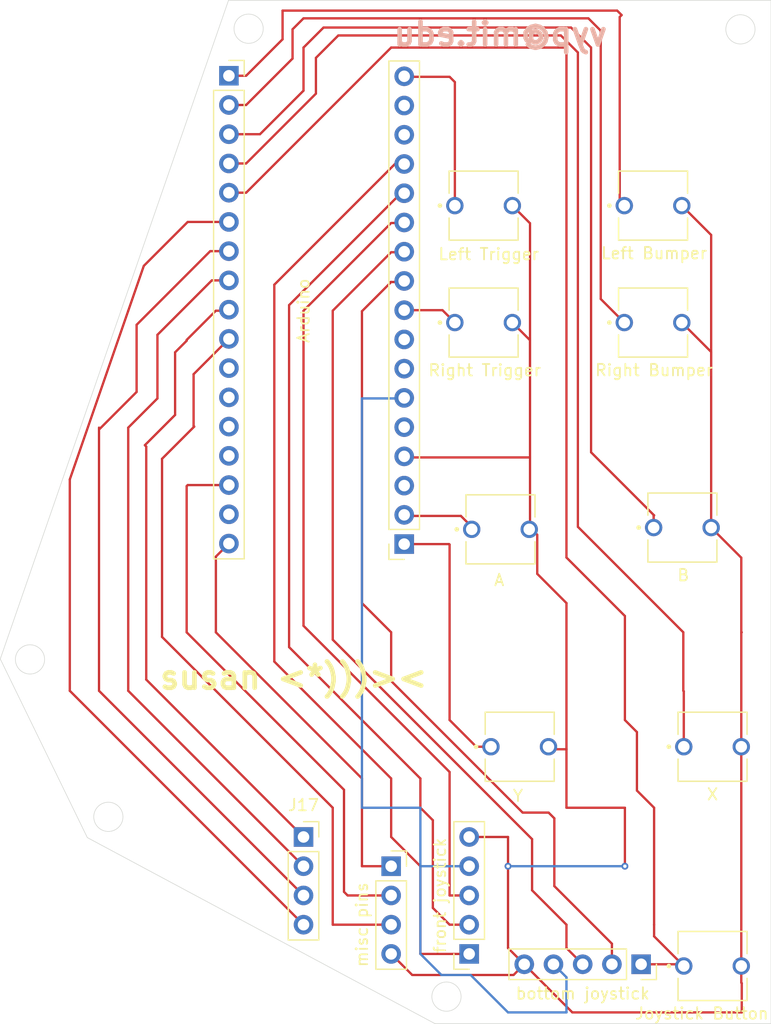
<source format=kicad_pcb>
(kicad_pcb (version 20240108) (generator "pcbnew") (generator_version "8.0")
  (layers (0 "F.Cu" signal) (31 "B.Cu" signal) (34 "B.Paste" user) (35 "F.Paste" user) (36 "B.SilkS" user "B.Silkscreen") (37 "F.SilkS" user "F.Silkscreen") (38 "B.Mask" user) (39 "F.Mask" user) (44 "Edge.Cuts" user))
  (net 0 "")
  (net 1 "/D8")
  (net 2 "/VCC")
  (net 3 "/A0")
  (net 4 "/GND")
  (net 5 "/A1")
  (net 6 "/D16")
  (net 7 "/D6")
  (net 8 "/D7")
  (net 9 "/D17")
  (net 10 "/D11")
  (net 11 "/D10")
  (net 12 "/D15")
  (net 13 "/RST")
  (net 14 "/D14")
  (net 15 "/D5")
  (net 16 "/D2")
  (net 17 "/D3")
  (net 18 "/D12")
  (net 19 "/D9")
  (net 20 "/D4")
  (net 21 "/3V")
  (net 22 "/A2")
  (net 23 "/NC")
  (net 24 "/D13")
  (net 25 "/VIN")
  (net 26 "/A3")
  (net 27 "/A5")
  (net 28 "/A4")
  (net 29 "/REF")
  (net 30 "/D0")
  (net 31 "/D1")
  (footprint "Downloads:SW_BUTT-2" (layer "F.Cu") (at 88.243682 92.654749)
    (property "Reference" "SW13")
    (property "Value" "A" (at -0.111257 4.407114 0) (layer "F.SilkS"))
    (fp_line (start -3 -3) (end 3 -3) (stroke (width 0.127)) (layer "F.SilkS"))
    (fp_line (start -3 -1.075) (end -3 -3) (stroke (width 0.127)) (layer "F.SilkS"))
    (fp_line (start -3 3) (end -3 1.075) (stroke (width 0.127)) (layer "F.SilkS"))
    (fp_line (start 3 -3) (end 3 -1.075) (stroke (width 0.127)) (layer "F.SilkS"))
    (fp_line (start 3 1.075) (end 3 3) (stroke (width 0.127)) (layer "F.SilkS"))
    (fp_line (start 3 3) (end -3 3) (stroke (width 0.127)) (layer "F.SilkS"))
    (fp_circle (center -3.8 0) (end -3.7 0) (stroke (width 0.2)) (fill none) (layer "F.SilkS"))
    (pad "1" thru_hole circle (at -2.5 0) (size 1.508 1.508) (drill 1) (layers "*.Cu" "*.Mask") (net 14 "/D14"))
    (pad "2" thru_hole circle (at 2.5 0) (size 1.508 1.508) (drill 1) (layers "*.Cu" "*.Mask") (net 4 "/GND"))
  )
  (footprint "Connector_PinSocket_2.54mm:PinSocket_1x17_P2.54mm_Vertical" (layer "F.Cu") (at 79.873417 93.935455 180)
    (property "Reference" "J4")
    (property "Value" "Arduino" (at 8.753417 20.275455 -90) (layer "F.SilkS"))
    (fp_line (start 1.33 1.27) (end 1.33 41.97) (stroke (width 0.12)) (layer "F.SilkS"))
    (fp_line (start 1.33 -1.33) (end 1.33 0) (stroke (width 0.12)) (layer "F.SilkS"))
    (fp_line (start 0 -1.33) (end 1.33 -1.33) (stroke (width 0.12)) (layer "F.SilkS"))
    (fp_line (start -1.33 41.97) (end 1.33 41.97) (stroke (width 0.12)) (layer "F.SilkS"))
    (fp_line (start -1.33 1.27) (end 1.33 1.27) (stroke (width 0.12)) (layer "F.SilkS"))
    (fp_line (start -1.33 1.27) (end -1.33 41.97) (stroke (width 0.12)) (layer "F.SilkS"))
    (pad "1" thru_hole rect (at 0 0 180) (size 1.7 1.7) (drill 1) (layers "*.Cu" "*.Mask") (net 12 "/D15"))
    (pad "2" thru_hole oval (at 0 2.54 180) (size 1.7 1.7) (drill 1) (layers "*.Cu" "*.Mask") (net 14 "/D14"))
    (pad "3" thru_hole oval (at 0 5.08 180) (size 1.7 1.7) (drill 1) (layers "*.Cu" "*.Mask") (net 25 "/VIN"))
    (pad "4" thru_hole oval (at 0 7.62 180) (size 1.7 1.7) (drill 1) (layers "*.Cu" "*.Mask") (net 4 "/GND"))
    (pad "5" thru_hole oval (at 0 10.16 180) (size 1.7 1.7) (drill 1) (layers "*.Cu" "*.Mask") (net 13 "/RST"))
    (pad "6" thru_hole oval (at 0 12.7 180) (size 1.7 1.7) (drill 1) (layers "*.Cu" "*.Mask") (net 2 "/VCC"))
    (pad "7" thru_hole oval (at 0 15.24 180) (size 1.7 1.7) (drill 1) (layers "*.Cu" "*.Mask") (net 23 "/NC"))
    (pad "8" thru_hole oval (at 0 17.78 180) (size 1.7 1.7) (drill 1) (layers "*.Cu" "*.Mask") (net 23 "/NC"))
    (pad "9" thru_hole oval (at 0 20.32 180) (size 1.7 1.7) (drill 1) (layers "*.Cu" "*.Mask") (net 27 "/A5"))
    (pad "10" thru_hole oval (at 0 22.86 180) (size 1.7 1.7) (drill 1) (layers "*.Cu" "*.Mask") (net 28 "/A4"))
    (pad "11" thru_hole oval (at 0 25.4 180) (size 1.7 1.7) (drill 1) (layers "*.Cu" "*.Mask") (net 26 "/A3"))
    (pad "12" thru_hole oval (at 0 27.94 180) (size 1.7 1.7) (drill 1) (layers "*.Cu" "*.Mask") (net 22 "/A2"))
    (pad "13" thru_hole oval (at 0 30.48 180) (size 1.7 1.7) (drill 1) (layers "*.Cu" "*.Mask") (net 5 "/A1"))
    (pad "14" thru_hole oval (at 0 33.02 180) (size 1.7 1.7) (drill 1) (layers "*.Cu" "*.Mask") (net 3 "/A0"))
    (pad "15" thru_hole oval (at 0 35.56 180) (size 1.7 1.7) (drill 1) (layers "*.Cu" "*.Mask") (net 29 "/REF"))
    (pad "16" thru_hole oval (at 0 38.1 180) (size 1.7 1.7) (drill 1) (layers "*.Cu" "*.Mask") (net 21 "/3V"))
    (pad "17" thru_hole oval (at 0 40.64 180) (size 1.7 1.7) (drill 1) (layers "*.Cu" "*.Mask") (net 24 "/D13"))
  )
  (footprint "Downloads:SW_BUTT-2" (layer "F.Cu") (at 89.916 111.539427)
    (property "Reference" "SW15")
    (property "Value" "Y" (at -0.150127 4.267728 0) (layer "F.SilkS"))
    (fp_line (start -3 -3) (end 3 -3) (stroke (width 0.127)) (layer "F.SilkS"))
    (fp_line (start -3 -1.075) (end -3 -3) (stroke (width 0.127)) (layer "F.SilkS"))
    (fp_line (start -3 3) (end -3 1.075) (stroke (width 0.127)) (layer "F.SilkS"))
    (fp_line (start 3 -3) (end 3 -1.075) (stroke (width 0.127)) (layer "F.SilkS"))
    (fp_line (start 3 1.075) (end 3 3) (stroke (width 0.127)) (layer "F.SilkS"))
    (fp_line (start 3 3) (end -3 3) (stroke (width 0.127)) (layer "F.SilkS"))
    (fp_circle (center -3.8 0) (end -3.7 0) (stroke (width 0.2)) (fill none) (layer "F.SilkS"))
    (pad "1" thru_hole circle (at -2.5 0) (size 1.508 1.508) (drill 1) (layers "*.Cu" "*.Mask") (net 12 "/D15"))
    (pad "2" thru_hole circle (at 2.5 0) (size 1.508 1.508) (drill 1) (layers "*.Cu" "*.Mask") (net 4 "/GND"))
  )
  (footprint "Downloads:SW_BUTT-2" (layer "F.Cu") (at 86.777054 64.530823)
    (property "Reference" "SW1")
    (property "Value" "Left Trigger" (at 0.443498 4.216453 0) (layer "F.SilkS"))
    (fp_line (start -3 -3) (end 3 -3) (stroke (width 0.127)) (layer "F.SilkS"))
    (fp_line (start -3 -1.075) (end -3 -3) (stroke (width 0.127)) (layer "F.SilkS"))
    (fp_line (start -3 3) (end -3 1.075) (stroke (width 0.127)) (layer "F.SilkS"))
    (fp_line (start 3 -3) (end 3 -1.075) (stroke (width 0.127)) (layer "F.SilkS"))
    (fp_line (start 3 1.075) (end 3 3) (stroke (width 0.127)) (layer "F.SilkS"))
    (fp_line (start 3 3) (end -3 3) (stroke (width 0.127)) (layer "F.SilkS"))
    (fp_circle (center -3.8 0) (end -3.7 0) (stroke (width 0.2)) (fill none) (layer "F.SilkS"))
    (pad "1" thru_hole circle (at -2.5 0) (size 1.508 1.508) (drill 1) (layers "*.Cu" "*.Mask") (net 24 "/D13"))
    (pad "2" thru_hole circle (at 2.5 0) (size 1.508 1.508) (drill 1) (layers "*.Cu" "*.Mask") (net 4 "/GND"))
  )
  (footprint "Downloads:SW_BUTT-2" (layer "F.Cu") (at 86.777054 74.690823)
    (property "Reference" "SW2")
    (property "Value" "Right Trigger" (at 0.09686 4.143628 0) (layer "F.SilkS"))
    (fp_line (start -3 -3) (end 3 -3) (stroke (width 0.127)) (layer "F.SilkS"))
    (fp_line (start -3 -1.075) (end -3 -3) (stroke (width 0.127)) (layer "F.SilkS"))
    (fp_line (start -3 3) (end -3 1.075) (stroke (width 0.127)) (layer "F.SilkS"))
    (fp_line (start 3 -3) (end 3 -1.075) (stroke (width 0.127)) (layer "F.SilkS"))
    (fp_line (start 3 1.075) (end 3 3) (stroke (width 0.127)) (layer "F.SilkS"))
    (fp_line (start 3 3) (end -3 3) (stroke (width 0.127)) (layer "F.SilkS"))
    (fp_circle (center -3.8 0) (end -3.7 0) (stroke (width 0.2)) (fill none) (layer "F.SilkS"))
    (pad "1" thru_hole circle (at -2.5 0) (size 1.508 1.508) (drill 1) (layers "*.Cu" "*.Mask") (net 27 "/A5"))
    (pad "2" thru_hole circle (at 2.5 0) (size 1.508 1.508) (drill 1) (layers "*.Cu" "*.Mask") (net 4 "/GND"))
  )
  (footprint "Downloads:SW_BUTT-2" (layer "F.Cu") (at 104.060425 92.499983)
    (property "Reference" "SW16")
    (property "Value" "B" (at 0.079575 4.135 0) (layer "F.SilkS"))
    (fp_line (start -3 -3) (end 3 -3) (stroke (width 0.127)) (layer "F.SilkS"))
    (fp_line (start -3 -1.075) (end -3 -3) (stroke (width 0.127)) (layer "F.SilkS"))
    (fp_line (start -3 3) (end -3 1.075) (stroke (width 0.127)) (layer "F.SilkS"))
    (fp_line (start 3 -3) (end 3 -1.075) (stroke (width 0.127)) (layer "F.SilkS"))
    (fp_line (start 3 1.075) (end 3 3) (stroke (width 0.127)) (layer "F.SilkS"))
    (fp_line (start 3 3) (end -3 3) (stroke (width 0.127)) (layer "F.SilkS"))
    (fp_circle (center -3.8 0) (end -3.7 0) (stroke (width 0.2)) (fill none) (layer "F.SilkS"))
    (pad "1" thru_hole circle (at -2.5 0) (size 1.508 1.508) (drill 1) (layers "*.Cu" "*.Mask") (net 11 "/D10"))
    (pad "2" thru_hole circle (at 2.5 0) (size 1.508 1.508) (drill 1) (layers "*.Cu" "*.Mask") (net 4 "/GND"))
  )
  (footprint "Connector_PinSocket_2.54mm:PinSocket_1x05_P2.54mm_Vertical" (layer "F.Cu") (at 85.52305 129.54 180)
    (property "Reference" "J1")
    (property "Value" "front joystick" (at 2.54 5.08 -90) (layer "F.SilkS"))
    (fp_line (start 1.33 1.27) (end 1.33 11.49) (stroke (width 0.12)) (layer "F.SilkS"))
    (fp_line (start 1.33 -1.33) (end 1.33 0) (stroke (width 0.12)) (layer "F.SilkS"))
    (fp_line (start 0 -1.33) (end 1.33 -1.33) (stroke (width 0.12)) (layer "F.SilkS"))
    (fp_line (start -1.33 11.49) (end 1.33 11.49) (stroke (width 0.12)) (layer "F.SilkS"))
    (fp_line (start -1.33 1.27) (end 1.33 1.27) (stroke (width 0.12)) (layer "F.SilkS"))
    (fp_line (start -1.33 1.27) (end -1.33 11.49) (stroke (width 0.12)) (layer "F.SilkS"))
    (pad "1" thru_hole rect (at 0 0 180) (size 1.7 1.7) (drill 1) (layers "*.Cu" "*.Mask") (net 3 "/A0"))
    (pad "2" thru_hole oval (at 0 2.54 180) (size 1.7 1.7) (drill 1) (layers "*.Cu" "*.Mask") (net 5 "/A1"))
    (pad "3" thru_hole oval (at 0 5.08 180) (size 1.7 1.7) (drill 1) (layers "*.Cu" "*.Mask") (net 22 "/A2"))
    (pad "4" thru_hole oval (at 0 7.62 180) (size 1.7 1.7) (drill 1) (layers "*.Cu" "*.Mask") (net 2 "/VCC"))
    (pad "5" thru_hole oval (at 0 10.16 180) (size 1.7 1.7) (drill 1) (layers "*.Cu" "*.Mask") (net 4 "/GND"))
  )
  (footprint "Downloads:SW_BUTT-2" (layer "F.Cu") (at 101.509054 64.530823)
    (property "Reference" "SW4" (hide yes))
    (property "Value" "Left Bumper" (at 0.090946 4.135 0) (layer "F.SilkS"))
    (fp_line (start -3 -3) (end 3 -3) (stroke (width 0.127)) (layer "F.SilkS"))
    (fp_line (start -3 -1.075) (end -3 -3) (stroke (width 0.127)) (layer "F.SilkS"))
    (fp_line (start -3 3) (end -3 1.075) (stroke (width 0.127)) (layer "F.SilkS"))
    (fp_line (start 3 -3) (end 3 -1.075) (stroke (width 0.127)) (layer "F.SilkS"))
    (fp_line (start 3 1.075) (end 3 3) (stroke (width 0.127)) (layer "F.SilkS"))
    (fp_line (start 3 3) (end -3 3) (stroke (width 0.127)) (layer "F.SilkS"))
    (fp_circle (center -3.8 0) (end -3.7 0) (stroke (width 0.2)) (fill none) (layer "F.SilkS"))
    (pad "1" thru_hole circle (at -2.5 0) (size 1.508 1.508) (drill 1) (layers "*.Cu" "*.Mask") (net 18 "/D12"))
    (pad "2" thru_hole circle (at 2.5 0) (size 1.508 1.508) (drill 1) (layers "*.Cu" "*.Mask") (net 4 "/GND"))
  )
  (footprint "Downloads:SW_BUTT-2" (layer "F.Cu") (at 106.68 111.539427)
    (property "Reference" "SW14")
    (property "Value" "X" (at 0 4.135 0) (layer "F.SilkS"))
    (fp_line (start -3 -3) (end 3 -3) (stroke (width 0.127)) (layer "F.SilkS"))
    (fp_line (start -3 -1.075) (end -3 -3) (stroke (width 0.127)) (layer "F.SilkS"))
    (fp_line (start -3 3) (end -3 1.075) (stroke (width 0.127)) (layer "F.SilkS"))
    (fp_line (start 3 -3) (end 3 -1.075) (stroke (width 0.127)) (layer "F.SilkS"))
    (fp_line (start 3 1.075) (end 3 3) (stroke (width 0.127)) (layer "F.SilkS"))
    (fp_line (start 3 3) (end -3 3) (stroke (width 0.127)) (layer "F.SilkS"))
    (fp_circle (center -3.8 0) (end -3.7 0) (stroke (width 0.2)) (fill none) (layer "F.SilkS"))
    (pad "1" thru_hole circle (at -2.5 0) (size 1.508 1.508) (drill 1) (layers "*.Cu" "*.Mask") (net 19 "/D9"))
    (pad "2" thru_hole circle (at 2.5 0) (size 1.508 1.508) (drill 1) (layers "*.Cu" "*.Mask") (net 4 "/GND"))
  )
  (footprint "Downloads:SW_BUTT-2" (layer "F.Cu") (at 106.68 130.589427)
    (property "Reference" "SW7")
    (property "Value" "Joystick Button" (at -0.930092 4.124987 0) (layer "F.SilkS"))
    (fp_line (start -3 -3) (end 3 -3) (stroke (width 0.127)) (layer "F.SilkS"))
    (fp_line (start -3 -1.075) (end -3 -3) (stroke (width 0.127)) (layer "F.SilkS"))
    (fp_line (start -3 3) (end -3 1.075) (stroke (width 0.127)) (layer "F.SilkS"))
    (fp_line (start 3 -3) (end 3 -1.075) (stroke (width 0.127)) (layer "F.SilkS"))
    (fp_line (start 3 1.075) (end 3 3) (stroke (width 0.127)) (layer "F.SilkS"))
    (fp_line (start 3 3) (end -3 3) (stroke (width 0.127)) (layer "F.SilkS"))
    (fp_circle (center -3.8 0) (end -3.7 0) (stroke (width 0.2)) (fill none) (layer "F.SilkS"))
    (pad "1" thru_hole circle (at -2.5 0) (size 1.508 1.508) (drill 1) (layers "*.Cu" "*.Mask") (net 1 "/D8"))
    (pad "2" thru_hole circle (at 2.5 0) (size 1.508 1.508) (drill 1) (layers "*.Cu" "*.Mask") (net 4 "/GND"))
  )
  (footprint "Connector_PinSocket_2.54mm:PinSocket_1x04_P2.54mm_Vertical" (layer "F.Cu") (at 71.12 119.38)
    (property "Reference" "J17" (at 0 -2.77 0) (layer "F.SilkS"))
    (property "Value" "d-pad pins")
    (fp_line (start -1.33 1.27) (end -1.33 8.95) (stroke (width 0.12)) (layer "F.SilkS"))
    (fp_line (start -1.33 1.27) (end 1.33 1.27) (stroke (width 0.12)) (layer "F.SilkS"))
    (fp_line (start -1.33 8.95) (end 1.33 8.95) (stroke (width 0.12)) (layer "F.SilkS"))
    (fp_line (start 0 -1.33) (end 1.33 -1.33) (stroke (width 0.12)) (layer "F.SilkS"))
    (fp_line (start 1.33 -1.33) (end 1.33 0) (stroke (width 0.12)) (layer "F.SilkS"))
    (fp_line (start 1.33 1.27) (end 1.33 8.95) (stroke (width 0.12)) (layer "F.SilkS"))
    (pad "1" thru_hole rect (at 0 0) (size 1.7 1.7) (drill 1) (layers "*.Cu" "*.Mask") (net 20 "/D4"))
    (pad "2" thru_hole oval (at 0 2.54) (size 1.7 1.7) (drill 1) (layers "*.Cu" "*.Mask") (net 15 "/D5"))
    (pad "3" thru_hole oval (at 0 5.08) (size 1.7 1.7) (drill 1) (layers "*.Cu" "*.Mask") (net 7 "/D6"))
    (pad "4" thru_hole oval (at 0 7.62) (size 1.7 1.7) (drill 1) (layers "*.Cu" "*.Mask") (net 8 "/D7"))
  )
  (footprint "Connector_PinSocket_2.54mm:PinSocket_1x05_P2.54mm_Vertical" (layer "F.Cu") (at 100.471417 130.438924 -90)
    (property "Reference" "J2" (hide yes))
    (property "Value" "bottom joystick" (at 2.54 5.08 180) (layer "F.SilkS"))
    (fp_line (start -1.33 11.49) (end 1.33 11.49) (stroke (width 0.12)) (layer "F.SilkS"))
    (fp_line (start -1.33 1.27) (end -1.33 11.49) (stroke (width 0.12)) (layer "F.SilkS"))
    (fp_line (start -1.33 1.27) (end 1.33 1.27) (stroke (width 0.12)) (layer "F.SilkS"))
    (fp_line (start 1.33 1.27) (end 1.33 11.49) (stroke (width 0.12)) (layer "F.SilkS"))
    (fp_line (start 0 -1.33) (end 1.33 -1.33) (stroke (width 0.12)) (layer "F.SilkS"))
    (fp_line (start 1.33 -1.33) (end 1.33 0) (stroke (width 0.12)) (layer "F.SilkS"))
    (pad "1" thru_hole rect (at 0 0 270) (size 1.7 1.7) (drill 1) (layers "*.Cu" "*.Mask") (net 1 "/D8"))
    (pad "2" thru_hole oval (at 0 2.54 270) (size 1.7 1.7) (drill 1) (layers "*.Cu" "*.Mask") (net 28 "/A4"))
    (pad "3" thru_hole oval (at 0 5.08 270) (size 1.7 1.7) (drill 1) (layers "*.Cu" "*.Mask") (net 26 "/A3"))
    (pad "4" thru_hole oval (at 0 7.62 270) (size 1.7 1.7) (drill 1) (layers "*.Cu" "*.Mask") (net 2 "/VCC"))
    (pad "5" thru_hole oval (at 0 10.16 270) (size 1.7 1.7) (drill 1) (layers "*.Cu" "*.Mask") (net 4 "/GND"))
  )
  (footprint "Connector_PinSocket_2.54mm:PinSocket_1x04_P2.54mm_Vertical" (layer "F.Cu") (at 78.74 121.92)
    (property "Reference" "J18")
    (property "Value" "misc pins" (at -2.54 5.08 90) (layer "F.SilkS"))
    (fp_line (start -1.33 1.27) (end -1.33 8.95) (stroke (width 0.12)) (layer "F.SilkS"))
    (fp_line (start -1.33 1.27) (end 1.33 1.27) (stroke (width 0.12)) (layer "F.SilkS"))
    (fp_line (start -1.33 8.95) (end 1.33 8.95) (stroke (width 0.12)) (layer "F.SilkS"))
    (fp_line (start 0 -1.33) (end 1.33 -1.33) (stroke (width 0.12)) (layer "F.SilkS"))
    (fp_line (start 1.33 -1.33) (end 1.33 0) (stroke (width 0.12)) (layer "F.SilkS"))
    (fp_line (start 1.33 1.27) (end 1.33 8.95) (stroke (width 0.12)) (layer "F.SilkS"))
    (pad "1" thru_hole rect (at 0 0) (size 1.7 1.7) (drill 1) (layers "*.Cu" "*.Mask") (net 6 "/D16"))
    (pad "2" thru_hole oval (at 0 2.54) (size 1.7 1.7) (drill 1) (layers "*.Cu" "*.Mask") (net 31 "/D1"))
    (pad "3" thru_hole oval (at 0 5.08) (size 1.7 1.7) (drill 1) (layers "*.Cu" "*.Mask") (net 17 "/D3"))
    (pad "4" thru_hole oval (at 0 7.62) (size 1.7 1.7) (drill 1) (layers "*.Cu" "*.Mask") (net 4 "/GND"))
  )
  (footprint "Downloads:SW_BUTT-2" (layer "F.Cu") (at 101.509054 74.690823)
    (property "Reference" "SW3")
    (property "Value" "Right Bumper" (at 0.090946 4.135 0) (layer "F.SilkS"))
    (fp_line (start -3 -3) (end 3 -3) (stroke (width 0.127)) (layer "F.SilkS"))
    (fp_line (start -3 -1.075) (end -3 -3) (stroke (width 0.127)) (layer "F.SilkS"))
    (fp_line (start -3 3) (end -3 1.075) (stroke (width 0.127)) (layer "F.SilkS"))
    (fp_line (start 3 -3) (end 3 -1.075) (stroke (width 0.127)) (layer "F.SilkS"))
    (fp_line (start 3 1.075) (end 3 3) (stroke (width 0.127)) (layer "F.SilkS"))
    (fp_line (start 3 3) (end -3 3) (stroke (width 0.127)) (layer "F.SilkS"))
    (fp_circle (center -3.8 0) (end -3.7 0) (stroke (width 0.2)) (fill none) (layer "F.SilkS"))
    (pad "1" thru_hole circle (at -2.5 0) (size 1.508 1.508) (drill 1) (layers "*.Cu" "*.Mask") (net 10 "/D11"))
    (pad "2" thru_hole circle (at 2.5 0) (size 1.508 1.508) (drill 1) (layers "*.Cu" "*.Mask") (net 4 "/GND"))
  )
  (footprint "Connector_PinSocket_2.54mm:PinSocket_1x17_P2.54mm_Vertical" (layer "F.Cu") (at 64.633417 53.248045)
    (property "Reference" "J3")
    (property "Value" "Conn_01x17_Pin" (hide yes))
    (fp_line (start -1.33 1.27) (end -1.33 41.97) (stroke (width 0.12)) (layer "F.SilkS"))
    (fp_line (start -1.33 1.27) (end 1.33 1.27) (stroke (width 0.12)) (layer "F.SilkS"))
    (fp_line (start -1.33 41.97) (end 1.33 41.97) (stroke (width 0.12)) (layer "F.SilkS"))
    (fp_line (start 0 -1.33) (end 1.33 -1.33) (stroke (width 0.12)) (layer "F.SilkS"))
    (fp_line (start 1.33 -1.33) (end 1.33 0) (stroke (width 0.12)) (layer "F.SilkS"))
    (fp_line (start 1.33 1.27) (end 1.33 41.97) (stroke (width 0.12)) (layer "F.SilkS"))
    (pad "1" thru_hole rect (at 0 0) (size 1.7 1.7) (drill 1) (layers "*.Cu" "*.Mask") (net 18 "/D12"))
    (pad "2" thru_hole oval (at 0 2.54) (size 1.7 1.7) (drill 1) (layers "*.Cu" "*.Mask") (net 10 "/D11"))
    (pad "3" thru_hole oval (at 0 5.08) (size 1.7 1.7) (drill 1) (layers "*.Cu" "*.Mask") (net 11 "/D10"))
    (pad "4" thru_hole oval (at 0 7.62) (size 1.7 1.7) (drill 1) (layers "*.Cu" "*.Mask") (net 19 "/D9"))
    (pad "5" thru_hole oval (at 0 10.16) (size 1.7 1.7) (drill 1) (layers "*.Cu" "*.Mask") (net 1 "/D8"))
    (pad "6" thru_hole oval (at 0 12.7) (size 1.7 1.7) (drill 1) (layers "*.Cu" "*.Mask") (net 8 "/D7"))
    (pad "7" thru_hole oval (at 0 15.24) (size 1.7 1.7) (drill 1) (layers "*.Cu" "*.Mask") (net 7 "/D6"))
    (pad "8" thru_hole oval (at 0 17.78) (size 1.7 1.7) (drill 1) (layers "*.Cu" "*.Mask") (net 15 "/D5"))
    (pad "9" thru_hole oval (at 0 20.32) (size 1.7 1.7) (drill 1) (layers "*.Cu" "*.Mask") (net 20 "/D4"))
    (pad "10" thru_hole oval (at 0 22.86) (size 1.7 1.7) (drill 1) (layers "*.Cu" "*.Mask") (net 17 "/D3"))
    (pad "11" thru_hole oval (at 0 25.4) (size 1.7 1.7) (drill 1) (layers "*.Cu" "*.Mask") (net 16 "/D2"))
    (pad "12" thru_hole oval (at 0 27.94) (size 1.7 1.7) (drill 1) (layers "*.Cu" "*.Mask") (net 4 "/GND"))
    (pad "13" thru_hole oval (at 0 30.48) (size 1.7 1.7) (drill 1) (layers "*.Cu" "*.Mask") (net 13 "/RST"))
    (pad "14" thru_hole oval (at 0 33.02) (size 1.7 1.7) (drill 1) (layers "*.Cu" "*.Mask") (net 30 "/D0"))
    (pad "15" thru_hole oval (at 0 35.56) (size 1.7 1.7) (drill 1) (layers "*.Cu" "*.Mask") (net 31 "/D1"))
    (pad "16" thru_hole oval (at 0 38.1) (size 1.7 1.7) (drill 1) (layers "*.Cu" "*.Mask") (net 9 "/D17"))
    (pad "17" thru_hole oval (at 0 40.64) (size 1.7 1.7) (drill 1) (layers "*.Cu" "*.Mask") (net 6 "/D16"))
  )
  (gr_line (start 64.6 46.69279) (end 44.757099 103.916044) (stroke (width 0.05)) (layer "Edge.Cuts"))
  (gr_line (start 64.6 46.69279) (end 111.76 46.69279) (stroke (width 0.05)) (layer "Edge.Cuts"))
  (gr_circle (center 83.548809 133.24832) (end 82.278809 133.24832) (stroke (width 0.05)) (fill none) (layer "Edge.Cuts"))
  (gr_circle (center 109.106096 49.217965) (end 110.376096 49.217965) (stroke (width 0.05)) (fill none) (layer "Edge.Cuts"))
  (gr_line (start 111.76 135.59279) (end 82.55 135.59279) (stroke (width 0.05)) (layer "Edge.Cuts"))
  (gr_line (start 111.76 46.69279) (end 111.76 135.59279) (stroke (width 0.05)) (layer "Edge.Cuts"))
  (gr_line (start 82.547187 135.595639) (end 52.324 119.43279) (stroke (width 0.05)) (layer "Edge.Cuts"))
  (gr_line (start 44.757099 103.916044) (end 52.324 119.43279) (stroke (width 0.05)) (layer "Edge.Cuts"))
  (gr_circle (center 47.340021 103.953322) (end 46.070021 103.953322) (stroke (width 0.05)) (fill none) (layer "Edge.Cuts"))
  (gr_circle (center 54.152909 117.630356) (end 52.882909 117.630356) (stroke (width 0.05)) (fill none) (layer "Edge.Cuts"))
  (gr_circle (center 66.346944 49.162885) (end 66.346944 47.892885) (stroke (width 0.05)) (fill none) (layer "Edge.Cuts"))
  (gr_text "vyp@mit.edu" (at 78.74 50.8 0) (layer "B.SilkS") (effects (font (size 2 2) (thickness 0.4) (bold yes)) (justify right bottom mirror)))
  (gr_text "susan <*)))><\n" (at 58.42 106.68 0) (layer "F.SilkS") (effects (font (size 2 2) (thickness 0.4) (bold yes)) (justify left bottom)))
  (segment (start 66.131955 63.408045) (end 64.633417 63.408045) (width 0.2) (layer "F.Cu") (net 1))
  (segment (start 93.98 50.8) (end 78.74 50.8) (width 0.2) (layer "F.Cu") (net 1))
  (segment (start 100.471417 130.438924) (end 104.029497 130.438924) (width 0.2) (layer "F.Cu") (net 1))
  (segment (start 101.6 127) (end 101.6 116.84) (width 0.2) (layer "F.Cu") (net 1))
  (segment (start 100.106425 110.266425) (end 99.06 109.22) (width 0.2) (layer "F.Cu") (net 1))
  (segment (start 99.06 100.181872) (end 93.98 95.101872) (width 0.2) (layer "F.Cu") (net 1))
  (segment (start 100.106425 115.346425) (end 100.106425 110.266425) (width 0.2) (layer "F.Cu") (net 1))
  (segment (start 104.029497 130.438924) (end 104.18 130.589427) (width 0.2) (layer "F.Cu") (net 1))
  (segment (start 99.06 109.22) (end 99.06 100.181872) (width 0.2) (layer "F.Cu") (net 1))
  (segment (start 101.6 128.009427) (end 101.6 127) (width 0.2) (layer "F.Cu") (net 1))
  (segment (start 101.6 116.84) (end 100.106425 115.346425) (width 0.2) (layer "F.Cu") (net 1))
  (segment (start 78.74 50.8) (end 66.131955 63.408045) (width 0.2) (layer "F.Cu") (net 1))
  (segment (start 93.98 95.101872) (end 93.98 50.8) (width 0.2) (layer "F.Cu") (net 1))
  (segment (start 104.18 130.589427) (end 101.6 128.009427) (width 0.2) (layer "F.Cu") (net 1))
  (segment (start 92.509166 130.096673) (end 92.851417 130.438924) (width 0.2) (layer "F.Cu") (net 2))
  (segment (start 83.110201 131.370201) (end 85.650201 131.370201) (width 0.2) (layer "B.Cu") (net 2))
  (segment (start 81.28 121.92) (end 85.52305 121.92) (width 0.2) (layer "B.Cu") (net 2))
  (segment (start 81.28 116.84) (end 81.28 121.92) (width 0.2) (layer "B.Cu") (net 2))
  (segment (start 76.2 116.84) (end 81.28 116.84) (width 0.2) (layer "B.Cu") (net 2))
  (segment (start 88.9 134.62) (end 93.98 134.62) (width 0.2) (layer "B.Cu") (net 2))
  (segment (start 79.873417 81.235455) (end 79.828872 81.28) (width 0.2) (layer "B.Cu") (net 2))
  (segment (start 79.828872 81.28) (end 76.2 81.28) (width 0.2) (layer "B.Cu") (net 2))
  (segment (start 85.650201 131.370201) (end 88.9 134.62) (width 0.2) (layer "B.Cu") (net 2))
  (segment (start 81.28 129.54) (end 83.110201 131.370201) (width 0.2) (layer "B.Cu") (net 2))
  (segment (start 76.2 81.28) (end 76.2 116.84) (width 0.2) (layer "B.Cu") (net 2))
  (segment (start 93.98 134.62) (end 93.98 131.567507) (width 0.2) (layer "B.Cu") (net 2))
  (segment (start 93.98 131.567507) (end 92.851417 130.438924) (width 0.2) (layer "B.Cu") (net 2))
  (segment (start 81.28 121.92) (end 81.28 129.54) (width 0.2) (layer "B.Cu") (net 2))
  (segment (start 68.58 104.14) (end 78.74 114.3) (width 0.2) (layer "F.Cu") (net 3))
  (segment (start 79.067388 60.915455) (end 68.58 71.402843) (width 0.2) (layer "F.Cu") (net 3))
  (segment (start 81.28 129.54) (end 85.52305 129.54) (width 0.2) (layer "F.Cu") (net 3))
  (segment (start 79.873417 60.915455) (end 79.067388 60.915455) (width 0.2) (layer "F.Cu") (net 3))
  (segment (start 81.28 121.92) (end 81.28 129.54) (width 0.2) (layer "F.Cu") (net 3))
  (segment (start 78.74 114.3) (end 78.74 119.38) (width 0.2) (layer "F.Cu") (net 3))
  (segment (start 78.74 119.38) (end 81.28 121.92) (width 0.2) (layer "F.Cu") (net 3))
  (segment (start 68.58 71.402843) (end 68.58 104.14) (width 0.2) (layer "F.Cu") (net 3))
  (segment (start 104.009054 64.530823) (end 106.560425 67.082194) (width 0.2) (layer "F.Cu") (net 4))
  (segment (start 90.812425 66.066194) (end 90.812425 78.74) (width 0.2) (layer "F.Cu") (net 4))
  (segment (start 90.812425 78.74) (end 90.812425 92.499983) (width 0.2) (layer "F.Cu") (net 4))
  (segment (start 91.44 93.127558) (end 91.44 96.52) (width 0.2) (layer "F.Cu") (net 4))
  (segment (start 99.06 116.84) (end 93.98 116.84) (width 0.2) (layer "F.Cu") (net 4))
  (segment (start 89.277054 74.690823) (end 90.812425 76.226194) (width 0.2) (layer "F.Cu") (net 4))
  (segment (start 79.965372 86.40741) (end 90.765015 86.40741) (width 0.2) (layer "F.Cu") (net 4))
  (segment (start 88.9 121.92) (end 88.9 129.027507) (width 0.2) (layer "F.Cu") (net 4))
  (segment (start 93.98 111.76) (end 92.636573 111.76) (width 0.2) (layer "F.Cu") (net 4))
  (segment (start 93.98 116.84) (end 93.98 111.76) (width 0.2) (layer "F.Cu") (net 4))
  (segment (start 106.560425 67.082194) (end 106.560425 78.74) (width 0.2) (layer "F.Cu") (net 4))
  (segment (start 85.52305 119.38) (end 88.9 119.38) (width 0.2) (layer "F.Cu") (net 4))
  (segment (start 88.9 129.027507) (end 90.311417 130.438924) (width 0.2) (layer "F.Cu") (net 4))
  (segment (start 91.44 96.52) (end 93.98 99.06) (width 0.2) (layer "F.Cu") (net 4))
  (segment (start 90.765015 86.40741) (end 90.812425 86.36) (width 0.2) (layer "F.Cu") (net 4))
  (segment (start 88.9 119.38) (end 88.9 121.92) (width 0.2) (layer "F.Cu") (net 4))
  (segment (start 79.873417 86.315455) (end 79.965372 86.40741) (width 0.2) (layer "F.Cu") (net 4))
  (segment (start 106.560425 77.242194) (end 106.560425 78.74) (width 0.2) (layer "F.Cu") (net 4))
  (segment (start 106.560425 78.74) (end 106.560425 92.499983) (width 0.2) (layer "F.Cu") (net 4))
  (segment (start 109.22 132.08) (end 109.18 132.04) (width 0.2) (layer "F.Cu") (net 4))
  (segment (start 99.06 121.92) (end 99.06 116.84) (width 0.2) (layer "F.Cu") (net 4))
  (segment (start 109.18 101.64) (end 109.18 95.119558) (width 0.2) (layer "F.Cu") (net 4))
  (segment (start 89.277054 64.530823) (end 90.812425 66.066194) (width 0.2) (layer "F.Cu") (net 4))
  (segment (start 90.311417 130.438924) (end 94.492493 134.62) (width 0.2) (layer "F.Cu") (net 4))
  (segment (start 89.38014 131.370201) (end 90.311417 130.438924) (width 0.2) (layer "F.Cu") (net 4))
  (segment (start 88.888286 121.931714) (end 88.9 121.92) (width 0.2) (layer "F.Cu") (net 4))
  (segment (start 109.18 130.589427) (end 109.18 111.539427) (width 0.2) (layer "F.Cu") (net 4))
  (segment (start 90.812425 92.499983) (end 91.44 93.127558) (width 0.2) (layer "F.Cu") (net 4))
  (segment (start 109.18 95.119558) (end 106.560425 92.499983) (width 0.2) (layer "F.Cu") (net 4))
  (segment (start 92.636573 111.76) (end 92.416 111.539427) (width 0.2) (layer "F.Cu") (net 4))
  (segment (start 80.570201 131.370201) (end 89.38014 131.370201) (width 0.2) (layer "F.Cu") (net 4))
  (segment (start 94.492493 134.62) (end 109.22 134.62) (width 0.2) (layer "F.Cu") (net 4))
  (segment (start 109.22 134.62) (end 109.22 132.08) (width 0.2) (layer "F.Cu") (net 4))
  (segment (start 78.74 129.54) (end 80.570201 131.370201) (width 0.2) (layer "F.Cu") (net 4))
  (segment (start 109.18 101.64) (end 109.22 101.6) (width 0.2) (layer "F.Cu") (net 4))
  (segment (start 90.812425 76.226194) (end 90.812425 78.74) (width 0.2) (layer "F.Cu") (net 4))
  (segment (start 104.009054 74.690823) (end 106.560425 77.242194) (width 0.2) (layer "F.Cu") (net 4))
  (segment (start 109.18 111.539427) (end 109.18 101.64) (width 0.2) (layer "F.Cu") (net 4))
  (segment (start 93.98 99.06) (end 93.98 111.76) (width 0.2) (layer "F.Cu") (net 4))
  (segment (start 109.18 132.04) (end 109.18 130.589427) (width 0.2) (layer "F.Cu") (net 4))
  (via (at 88.9 121.92) (size 0.6) (drill 0.3) (layers "F.Cu" "B.Cu") (net 4))
  (via (at 99.06 121.92) (size 0.6) (drill 0.3) (layers "F.Cu" "B.Cu") (net 4))
  (segment (start 88.9 121.92) (end 99.06 121.92) (width 0.2) (layer "B.Cu") (net 4))
  (segment (start 69.866383 73.173617) (end 69.866383 102.886383) (width 0.2) (layer "F.Cu") (net 5))
  (segment (start 82.363565 117.923565) (end 82.363565 125.543565) (width 0.2) (layer "F.Cu") (net 5))
  (segment (start 81.28 114.3) (end 81.28 116.84) (width 0.2) (layer "F.Cu") (net 5))
  (segment (start 79.873417 63.455455) (end 79.584545 63.455455) (width 0.2) (layer "F.Cu") (net 5))
  (segment (start 79.584545 63.455455) (end 69.866383 73.173617) (width 0.2) (layer "F.Cu") (net 5))
  (segment (start 82.363565 125.543565) (end 83.82 127) (width 0.2) (layer "F.Cu") (net 5))
  (segment (start 81.28 116.84) (end 82.363565 117.923565) (width 0.2) (layer "F.Cu") (net 5))
  (segment (start 69.866383 102.886383) (end 81.28 114.3) (width 0.2) (layer "F.Cu") (net 5))
  (segment (start 83.82 127) (end 85.52305 127) (width 0.2) (layer "F.Cu") (net 5))
  (segment (start 76.2 121.92) (end 78.74 121.92) (width 0.2) (layer "F.Cu") (net 6))
  (segment (start 63.5 95.021462) (end 64.633417 93.888045) (width 0.2) (layer "F.Cu") (net 6))
  (segment (start 63.5 101.6) (end 63.5 95.021462) (width 0.2) (layer "F.Cu") (net 6))
  (segment (start 76.2 114.3) (end 63.5 101.6) (width 0.2) (layer "F.Cu") (net 6))
  (segment (start 76.2 121.92) (end 76.2 114.3) (width 0.2) (layer "F.Cu") (net 6))
  (segment (start 56.608278 80.719322) (end 55.9638 81.3638) (width 0.2) (layer "F.Cu") (net 7))
  (segment (start 56.608278 74.886316) (end 56.608278 80.719322) (width 0.2) (layer "F.Cu") (net 7))
  (segment (start 64.633417 68.488045) (end 63.006549 68.488045) (width 0.2) (layer "F.Cu") (net 7))
  (segment (start 71.12 124.46) (end 53.34 106.68) (width 0.2) (layer "F.Cu") (net 7))
  (segment (start 53.34 83.9876) (end 53.34 83.82) (width 0.2) (layer "F.Cu") (net 7))
  (segment (start 55.9638 81.3638) (end 53.34 83.9876) (width 0.2) (layer "F.Cu") (net 7))
  (segment (start 63.006549 68.488045) (end 56.608278 74.886316) (width 0.2) (layer "F.Cu") (net 7))
  (segment (start 53.34 106.68) (end 53.34 83.9876) (width 0.2) (layer "F.Cu") (net 7))
  (segment (start 55.88 73.671023) (end 55.885851 73.654149) (width 0.2) (layer "F.Cu") (net 8))
  (segment (start 50.8 88.320802) (end 57.234179 69.765821) (width 0.2) (layer "F.Cu") (net 8))
  (segment (start 61.051955 65.948045) (end 64.633417 65.948045) (width 0.2) (layer "F.Cu") (net 8))
  (segment (start 50.8 106.68) (end 50.8 88.320802) (width 0.2) (layer "F.Cu") (net 8))
  (segment (start 71.12 127) (end 50.8 106.68) (width 0.2) (layer "F.Cu") (net 8))
  (segment (start 57.234179 69.765821) (end 61.051955 65.948045) (width 0.2) (layer "F.Cu") (net 8))
  (segment (start 64.541462 91.44) (end 64.633417 91.348045) (width 0.2) (layer "F.Cu") (net 9))
  (segment (start 96.960106 49.334421) (end 96.960106 72.641875) (width 0.2) (layer "F.Cu") (net 10))
  (segment (start 95.885685 48.26) (end 96.960106 49.334421) (width 0.2) (layer "F.Cu") (net 10))
  (segment (start 70.166651 49.213349) (end 71.12 48.26) (width 0.2) (layer "F.Cu") (net 10))
  (segment (start 71.12 48.26) (end 95.885685 48.26) (width 0.2) (layer "F.Cu") (net 10))
  (segment (start 70.166651 51.753349) (end 70.166651 49.213349) (width 0.2) (layer "F.Cu") (net 10))
  (segment (start 64.633417 55.788045) (end 66.131955 55.788045) (width 0.2) (layer "F.Cu") (net 10))
  (segment (start 96.960106 72.641875) (end 99.009054 74.690823) (width 0.2) (layer "F.Cu") (net 10))
  (segment (start 66.131955 55.788045) (end 70.166651 51.753349) (width 0.2) (layer "F.Cu") (net 10))
  (segment (start 101.6 91.44) (end 101.560425 91.479575) (width 0.2) (layer "F.Cu") (net 11))
  (segment (start 64.633417 58.328045) (end 67.334036 58.328045) (width 0.2) (layer "F.Cu") (net 11))
  (segment (start 94.38 49.06) (end 96.12 50.8) (width 0.2) (layer "F.Cu") (net 11))
  (segment (start 71.12 54.542081) (end 71.12 50.8) (width 0.2) (layer "F.Cu") (net 11))
  (segment (start 96.12 50.8) (end 96.12 85.96) (width 0.2) (layer "F.Cu") (net 11))
  (segment (start 96.12 85.96) (end 101.6 91.44) (width 0.2) (layer "F.Cu") (net 11))
  (segment (start 67.334036 58.328045) (end 71.12 54.542081) (width 0.2) (layer "F.Cu") (net 11))
  (segment (start 101.560425 91.479575) (end 101.560425 92.499983) (width 0.2) (layer "F.Cu") (net 11))
  (segment (start 72.86 49.06) (end 94.38 49.06) (width 0.2) (layer "F.Cu") (net 11))
  (segment (start 71.12 50.8) (end 72.86 49.06) (width 0.2) (layer "F.Cu") (net 11))
  (segment (start 86.139427 111.539427) (end 83.82 109.22) (width 0.2) (layer "F.Cu") (net 12))
  (segment (start 83.775455 93.935455) (end 79.873417 93.935455) (width 0.2) (layer "F.Cu") (net 12))
  (segment (start 87.416 111.539427) (end 86.139427 111.539427) (width 0.2) (layer "F.Cu") (net 12))
  (segment (start 83.82 109.22) (end 83.82 93.98) (width 0.2) (layer "F.Cu") (net 12))
  (segment (start 83.82 93.98) (end 83.775455 93.935455) (width 0.2) (layer "F.Cu") (net 12))
  (segment (start 79.965372 91.48741) (end 84.799852 91.48741) (width 0.2) (layer "F.Cu") (net 14))
  (segment (start 79.873417 91.395455) (end 79.965372 91.48741) (width 0.2) (layer "F.Cu") (net 14))
  (segment (start 84.799852 91.48741) (end 85.812425 92.499983) (width 0.2) (layer "F.Cu") (net 14))
  (segment (start 63.145915 71.028045) (end 58.42 75.75396) (width 0.2) (layer "F.Cu") (net 15))
  (segment (start 64.633417 71.028045) (end 63.145915 71.028045) (width 0.2) (layer "F.Cu") (net 15))
  (segment (start 55.88 83.82) (end 55.88 106.68) (width 0.2) (layer "F.Cu") (net 15))
  (segment (start 58.42 81.28) (end 55.88 83.82) (width 0.2) (layer "F.Cu") (net 15))
  (segment (start 55.88 106.68) (end 71.12 121.92) (width 0.2) (layer "F.Cu") (net 15))
  (segment (start 58.42 75.75396) (end 58.42 81.28) (width 0.2) (layer "F.Cu") (net 15))
  (segment (start 64.541462 78.74) (end 64.633417 78.648045) (width 0.2) (layer "F.Cu") (net 16))
  (segment (start 64.633417 76.108045) (end 61.563737 79.177725) (width 0.2) (layer "F.Cu") (net 17))
  (segment (start 58.82 102) (end 73.66 116.84) (width 0.2) (layer "F.Cu") (net 17))
  (segment (start 61.563737 83.674141) (end 61.617641 83.728045) (width 0.2) (layer "F.Cu") (net 17))
  (segment (start 58.82 86.525686) (end 58.82 102) (width 0.2) (layer "F.Cu") (net 17))
  (segment (start 61.563737 79.177725) (end 61.563737 83.674141) (width 0.2) (layer "F.Cu") (net 17))
  (segment (start 73.66 116.84) (end 73.66 127) (width 0.2) (layer "F.Cu") (net 17))
  (segment (start 61.617641 83.728045) (end 58.82 86.525686) (width 0.2) (layer "F.Cu") (net 17))
  (segment (start 73.66 127) (end 78.74 127) (width 0.2) (layer "F.Cu") (net 17))
  (segment (start 98.609054 48.14526) (end 98.609054 64.130823) (width 0.2) (layer "F.Cu") (net 18))
  (segment (start 98.389246 47.589246) (end 98.777157 47.977157) (width 0.2) (layer "F.Cu") (net 18))
  (segment (start 69.29876 50.08124) (end 69.29876 47.589246) (width 0.2) (layer "F.Cu") (net 18))
  (segment (start 69.29876 47.589246) (end 98.389246 47.589246) (width 0.2) (layer "F.Cu") (net 18))
  (segment (start 66.131955 53.248045) (end 69.29876 50.08124) (width 0.2) (layer "F.Cu") (net 18))
  (segment (start 64.633417 53.248045) (end 66.131955 53.248045) (width 0.2) (layer "F.Cu") (net 18))
  (segment (start 98.609054 64.130823) (end 99.009054 64.530823) (width 0.2) (layer "F.Cu") (net 18))
  (segment (start 98.777157 47.977157) (end 98.609054 48.14526) (width 0.2) (layer "F.Cu") (net 18))
  (segment (start 104.18 106.72) (end 104.18 111.539427) (width 0.2) (layer "F.Cu") (net 19))
  (segment (start 66.131955 60.868045) (end 72.197679 54.802321) (width 0.2) (layer "F.Cu") (net 19))
  (segment (start 94.972454 51.226769) (end 94.972454 92.432454) (width 0.2) (layer "F.Cu") (net 19))
  (segment (start 93.494329 49.748644) (end 94.972454 51.226769) (width 0.2) (layer "F.Cu") (net 19))
  (segment (start 94.972454 92.432454) (end 104.14 101.6) (width 0.2) (layer "F.Cu") (net 19))
  (segment (start 104.14 106.68) (end 104.18 106.72) (width 0.2) (layer "F.Cu") (net 19))
  (segment (start 104.14 101.6) (end 104.14 106.68) (width 0.2) (layer "F.Cu") (net 19))
  (segment (start 74.145671 49.748644) (end 93.494329 49.748644) (width 0.2) (layer "F.Cu") (net 19))
  (segment (start 72.197679 54.802321) (end 72.197679 51.696636) (width 0.2) (layer "F.Cu") (net 19))
  (segment (start 64.633417 60.868045) (end 66.131955 60.868045) (width 0.2) (layer "F.Cu") (net 19))
  (segment (start 72.197679 51.696636) (end 74.145671 49.748644) (width 0.2) (layer "F.Cu") (net 19))
  (segment (start 64.633417 73.568045) (end 64.541462 73.66) (width 0.2) (layer "F.Cu") (net 20))
  (segment (start 64.540279 73.661183) (end 64.633417 73.568045) (width 0.2) (layer "F.Cu") (net 20))
  (segment (start 57.326691 85.34419) (end 57.446346 85.463845) (width 0.2) (layer "F.Cu") (net 20))
  (segment (start 59.956323 82.714558) (end 57.326691 85.34419) (width 0.2) (layer "F.Cu") (net 20))
  (segment (start 57.446346 105.706346) (end 71.12 119.38) (width 0.2) (layer "F.Cu") (net 20))
  (segment (start 59.956323 77.274632) (end 59.956323 82.714558) (width 0.2) (layer "F.Cu") (net 20))
  (segment (start 63.5 73.66) (end 60.96 76.2) (width 0.2) (layer "F.Cu") (net 20))
  (segment (start 60.96 76.2) (end 60.96 76.270955) (width 0.2) (layer "F.Cu") (net 20))
  (segment (start 60.96 76.270955) (end 59.956323 77.274632) (width 0.2) (layer "F.Cu") (net 20))
  (segment (start 64.541462 73.66) (end 63.5 73.66) (width 0.2) (layer "F.Cu") (net 20))
  (segment (start 57.446346 85.463845) (end 57.446346 105.706346) (width 0.2) (layer "F.Cu") (net 20))
  (segment (start 78.74 66.04) (end 71.12 73.66) (width 0.2) (layer "F.Cu") (net 22))
  (segment (start 71.12 101.034314) (end 83.82 113.734314) (width 0.2) (layer "F.Cu") (net 22))
  (segment (start 83.82 113.734314) (end 83.82 124.46) (width 0.2) (layer "F.Cu") (net 22))
  (segment (start 79.828872 66.04) (end 78.74 66.04) (width 0.2) (layer "F.Cu") (net 22))
  (segment (start 79.873417 65.995455) (end 79.828872 66.04) (width 0.2) (layer "F.Cu") (net 22))
  (segment (start 83.82 124.46) (end 85.52305 124.46) (width 0.2) (layer "F.Cu") (net 22))
  (segment (start 71.12 73.66) (end 71.12 101.034314) (width 0.2) (layer "F.Cu") (net 22))
  (segment (start 79.917962 53.34) (end 79.873417 53.295455) (width 0.2) (layer "F.Cu") (net 24))
  (segment (start 83.82 53.34) (end 79.917962 53.34) (width 0.2) (layer "F.Cu") (net 24))
  (segment (start 84.277054 64.530823) (end 84.277054 53.797054) (width 0.2) (layer "F.Cu") (net 24))
  (segment (start 84.277054 53.797054) (end 83.82 53.34) (width 0.2) (layer "F.Cu") (net 24))
  (segment (start 93.98 127) (end 90.991471 124.011471) (width 0.2) (layer "F.Cu") (net 26))
  (segment (start 73.66 73.66) (end 78.74 68.58) (width 0.2) (layer "F.Cu") (net 26))
  (segment (start 78.74 68.58) (end 79.828872 68.58) (width 0.2) (layer "F.Cu") (net 26))
  (segment (start 90.991471 119.569891) (end 73.66 102.23842) (width 0.2) (layer "F.Cu") (net 26))
  (segment (start 95.391417 130.438924) (end 93.98 129.027507) (width 0.2) (layer "F.Cu") (net 26))
  (segment (start 79.828872 68.58) (end 79.873417 68.535455) (width 0.2) (layer "F.Cu") (net 26))
  (segment (start 90.991471 124.011471) (end 90.991471 119.569891) (width 0.2) (layer "F.Cu") (net 26))
  (segment (start 73.66 102.23842) (end 73.66 73.66) (width 0.2) (layer "F.Cu") (net 26))
  (segment (start 93.98 129.027507) (end 93.98 127) (width 0.2) (layer "F.Cu") (net 26))
  (segment (start 79.873417 73.615455) (end 83.201686 73.615455) (width 0.2) (layer "F.Cu") (net 27))
  (segment (start 83.201686 73.615455) (end 84.277054 74.690823) (width 0.2) (layer "F.Cu") (net 27))
  (segment (start 84.277054 74.690823) (end 84.277054 74.117054) (width 0.2) (layer "F.Cu") (net 27))
  (segment (start 90.17 117.261471) (end 92.427156 117.261471) (width 0.2) (layer "F.Cu") (net 28))
  (segment (start 78.74 105.831471) (end 90.17 117.261471) (width 0.2) (layer "F.Cu") (net 28))
  (segment (start 92.925328 117.759643) (end 92.925328 123.646161) (width 0.2) (layer "F.Cu") (net 28))
  (segment (start 76.2 99.06) (end 78.74 101.6) (width 0.2) (layer "F.Cu") (net 28))
  (segment (start 78.74 71.16741) (end 76.2 73.70741) (width 0.2) (layer "F.Cu") (net 28))
  (segment (start 92.925328 123.646161) (end 97.931417 128.65225) (width 0.2) (layer "F.Cu") (net 28))
  (segment (start 97.931417 128.65225) (end 97.931417 130.438924) (width 0.2) (layer "F.Cu") (net 28))
  (segment (start 76.2 73.70741) (end 76.2 99.06) (width 0.2) (layer "F.Cu") (net 28))
  (segment (start 78.69259 71.16741) (end 78.74 71.16741) (width 0.2) (layer "F.Cu") (net 28))
  (segment (start 78.74 71.16741) (end 79.781462 71.16741) (width 0.2) (layer "F.Cu") (net 28))
  (segment (start 78.74 101.6) (end 78.74 105.831471) (width 0.2) (layer "F.Cu") (net 28))
  (segment (start 92.427156 117.261471) (end 92.925328 117.759643) (width 0.2) (layer "F.Cu") (net 28))
  (segment (start 79.781462 71.16741) (end 79.873417 71.075455) (width 0.2) (layer "F.Cu") (net 28))
  (segment (start 64.541462 86.36) (end 64.633417 86.268045) (width 0.2) (layer "F.Cu") (net 30))
  (segment (start 74.639396 115.279396) (end 60.96 101.6) (width 0.2) (layer "F.Cu") (net 31))
  (segment (start 60.96 88.9) (end 61.051955 88.808045) (width 0.2) (layer "F.Cu") (net 31))
  (segment (start 61.051955 88.808045) (end 64.633417 88.808045) (width 0.2) (layer "F.Cu") (net 31))
  (segment (start 60.96 101.6) (end 60.96 88.9) (width 0.2) (layer "F.Cu") (net 31))
  (segment (start 74.639396 124.144569) (end 74.639396 115.279396) (width 0.2) (layer "F.Cu") (net 31))
  (segment (start 78.74 124.46) (end 74.954827 124.46) (width 0.2) (layer "F.Cu") (net 31))
  (segment (start 64.541462 88.9) (end 64.633417 88.808045) (width 0.2) (layer "F.Cu") (net 31))
  (segment (start 74.954827 124.46) (end 74.639396 124.144569) (width 0.2) (layer "F.Cu") (net 31))
)
</source>
